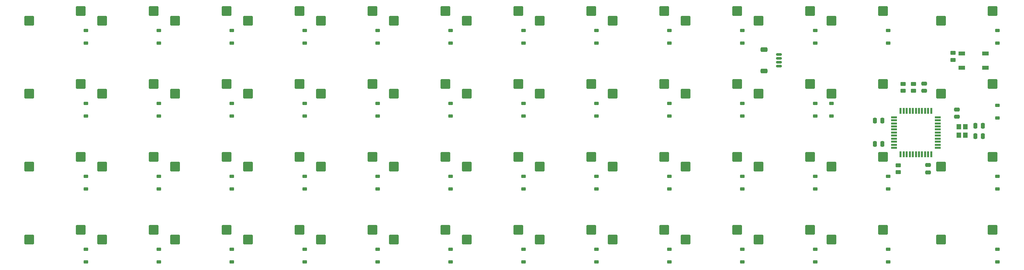
<source format=gbr>
%TF.GenerationSoftware,KiCad,Pcbnew,7.0.1-0*%
%TF.CreationDate,2023-04-28T12:46:07-05:00*%
%TF.ProjectId,pcb,7063622e-6b69-4636-9164-5f7063625858,rev?*%
%TF.SameCoordinates,Original*%
%TF.FileFunction,Paste,Bot*%
%TF.FilePolarity,Positive*%
%FSLAX46Y46*%
G04 Gerber Fmt 4.6, Leading zero omitted, Abs format (unit mm)*
G04 Created by KiCad (PCBNEW 7.0.1-0) date 2023-04-28 12:46:07*
%MOMM*%
%LPD*%
G01*
G04 APERTURE LIST*
G04 Aperture macros list*
%AMRoundRect*
0 Rectangle with rounded corners*
0 $1 Rounding radius*
0 $2 $3 $4 $5 $6 $7 $8 $9 X,Y pos of 4 corners*
0 Add a 4 corners polygon primitive as box body*
4,1,4,$2,$3,$4,$5,$6,$7,$8,$9,$2,$3,0*
0 Add four circle primitives for the rounded corners*
1,1,$1+$1,$2,$3*
1,1,$1+$1,$4,$5*
1,1,$1+$1,$6,$7*
1,1,$1+$1,$8,$9*
0 Add four rect primitives between the rounded corners*
20,1,$1+$1,$2,$3,$4,$5,0*
20,1,$1+$1,$4,$5,$6,$7,0*
20,1,$1+$1,$6,$7,$8,$9,0*
20,1,$1+$1,$8,$9,$2,$3,0*%
G04 Aperture macros list end*
%ADD10RoundRect,0.225000X0.375000X-0.225000X0.375000X0.225000X-0.375000X0.225000X-0.375000X-0.225000X0*%
%ADD11RoundRect,0.250000X0.475000X-0.250000X0.475000X0.250000X-0.475000X0.250000X-0.475000X-0.250000X0*%
%ADD12RoundRect,0.250000X0.450000X-0.262500X0.450000X0.262500X-0.450000X0.262500X-0.450000X-0.262500X0*%
%ADD13RoundRect,0.250000X1.025000X1.000000X-1.025000X1.000000X-1.025000X-1.000000X1.025000X-1.000000X0*%
%ADD14RoundRect,0.250000X-0.450000X0.262500X-0.450000X-0.262500X0.450000X-0.262500X0.450000X0.262500X0*%
%ADD15RoundRect,0.250000X-0.250000X-0.475000X0.250000X-0.475000X0.250000X0.475000X-0.250000X0.475000X0*%
%ADD16RoundRect,0.250000X0.250000X0.475000X-0.250000X0.475000X-0.250000X-0.475000X0.250000X-0.475000X0*%
%ADD17R,1.200000X1.400000*%
%ADD18RoundRect,0.250000X-0.475000X0.250000X-0.475000X-0.250000X0.475000X-0.250000X0.475000X0.250000X0*%
%ADD19RoundRect,0.150000X0.625000X-0.150000X0.625000X0.150000X-0.625000X0.150000X-0.625000X-0.150000X0*%
%ADD20RoundRect,0.250000X0.650000X-0.350000X0.650000X0.350000X-0.650000X0.350000X-0.650000X-0.350000X0*%
%ADD21R,0.550000X1.500000*%
%ADD22R,1.500000X0.550000*%
%ADD23R,1.800000X1.100000*%
G04 APERTURE END LIST*
D10*
%TO.C,D7*%
X156225000Y-33075000D03*
X156225000Y-29775000D03*
%TD*%
D11*
%TO.C,C4*%
X269450000Y-52300000D03*
X269450000Y-50400000D03*
%TD*%
D12*
%TO.C,RSW1*%
X268450000Y-37462500D03*
X268450000Y-35637500D03*
%TD*%
D10*
%TO.C,D8*%
X175275000Y-33075000D03*
X175275000Y-29775000D03*
%TD*%
%TO.C,D14*%
X41925000Y-52125000D03*
X41925000Y-48825000D03*
%TD*%
D13*
%TO.C,MX42*%
X65268186Y-84375698D03*
X78718186Y-81835698D03*
%TD*%
D10*
%TO.C,D35*%
X194325000Y-71200000D03*
X194325000Y-67900000D03*
%TD*%
%TO.C,D11*%
X232425000Y-33075000D03*
X232425000Y-29775000D03*
%TD*%
D14*
%TO.C,R3*%
X258100000Y-43707500D03*
X258100000Y-45532500D03*
%TD*%
D13*
%TO.C,MX9*%
X179568282Y-27225650D03*
X193018282Y-24685650D03*
%TD*%
%TO.C,MX3*%
X65268186Y-27225650D03*
X78718186Y-24685650D03*
%TD*%
D10*
%TO.C,D39*%
X280050000Y-71200000D03*
X280050000Y-67900000D03*
%TD*%
D13*
%TO.C,MX41*%
X46218170Y-84375698D03*
X59668170Y-81835698D03*
%TD*%
%TO.C,MX25*%
X236718330Y-46275666D03*
X250168330Y-43735666D03*
%TD*%
%TO.C,MX22*%
X179568282Y-46275666D03*
X193018282Y-43735666D03*
%TD*%
%TO.C,MX49*%
X198618298Y-84375698D03*
X212068298Y-81835698D03*
%TD*%
D10*
%TO.C,D46*%
X156225000Y-90200000D03*
X156225000Y-86900000D03*
%TD*%
%TO.C,D40*%
X41925000Y-90200000D03*
X41925000Y-86900000D03*
%TD*%
D13*
%TO.C,MX10*%
X198618298Y-27225650D03*
X212068298Y-24685650D03*
%TD*%
D15*
%TO.C,CX1*%
X274300000Y-54650000D03*
X276200000Y-54650000D03*
%TD*%
D12*
%TO.C,R2*%
X255410000Y-45532500D03*
X255410000Y-43707500D03*
%TD*%
D16*
%TO.C,C1*%
X249975000Y-53325000D03*
X248075000Y-53325000D03*
%TD*%
D10*
%TO.C,D4*%
X99075000Y-33075000D03*
X99075000Y-29775000D03*
%TD*%
D17*
%TO.C,Y1*%
X271700000Y-54925000D03*
X271700000Y-57125000D03*
X270000000Y-57125000D03*
X270000000Y-54925000D03*
%TD*%
D16*
%TO.C,C2*%
X249975000Y-59375000D03*
X248075000Y-59375000D03*
%TD*%
D13*
%TO.C,MX19*%
X122418234Y-46275666D03*
X135868234Y-43735666D03*
%TD*%
D10*
%TO.C,D29*%
X80025000Y-71200000D03*
X80025000Y-67900000D03*
%TD*%
D13*
%TO.C,MX21*%
X160518266Y-46275666D03*
X173968266Y-43735666D03*
%TD*%
D10*
%TO.C,D24*%
X232425000Y-52125000D03*
X232425000Y-48825000D03*
%TD*%
%TO.C,D31*%
X118125000Y-71200000D03*
X118125000Y-67900000D03*
%TD*%
%TO.C,D45*%
X137175000Y-90200000D03*
X137175000Y-86900000D03*
%TD*%
%TO.C,D16*%
X80025000Y-52125000D03*
X80025000Y-48825000D03*
%TD*%
%TO.C,D41*%
X60975000Y-90200000D03*
X60975000Y-86900000D03*
%TD*%
D13*
%TO.C,MX16*%
X65268186Y-46275666D03*
X78718186Y-43735666D03*
%TD*%
D10*
%TO.C,D13*%
X280050000Y-33075000D03*
X280050000Y-29775000D03*
%TD*%
D13*
%TO.C,MX32*%
X122418234Y-65325682D03*
X135868234Y-62785682D03*
%TD*%
D10*
%TO.C,D49*%
X213375000Y-90200000D03*
X213375000Y-86900000D03*
%TD*%
D13*
%TO.C,MX8*%
X160518266Y-27225650D03*
X173968266Y-24685650D03*
%TD*%
D10*
%TO.C,D51*%
X251475000Y-90200000D03*
X251475000Y-86900000D03*
%TD*%
%TO.C,D50*%
X232425000Y-90200000D03*
X232425000Y-86900000D03*
%TD*%
D11*
%TO.C,C5*%
X260875000Y-45525000D03*
X260875000Y-43625000D03*
%TD*%
D10*
%TO.C,D52*%
X280050000Y-90200000D03*
X280050000Y-86900000D03*
%TD*%
D13*
%TO.C,MX33*%
X141468250Y-65325682D03*
X154918250Y-62785682D03*
%TD*%
D10*
%TO.C,D37*%
X232425000Y-71200000D03*
X232425000Y-67900000D03*
%TD*%
%TO.C,D3*%
X80025000Y-33075000D03*
X80025000Y-29775000D03*
%TD*%
D18*
%TO.C,C3*%
X261950000Y-64925000D03*
X261950000Y-66825000D03*
%TD*%
D13*
%TO.C,MX37*%
X217668314Y-65325682D03*
X231118314Y-62785682D03*
%TD*%
D10*
%TO.C,D18*%
X118125000Y-52125000D03*
X118125000Y-48825000D03*
%TD*%
%TO.C,D28*%
X60975000Y-71200000D03*
X60975000Y-67900000D03*
%TD*%
D13*
%TO.C,MX34*%
X160518266Y-65325682D03*
X173968266Y-62785682D03*
%TD*%
%TO.C,MX28*%
X46218170Y-65325682D03*
X59668170Y-62785682D03*
%TD*%
%TO.C,MX47*%
X160518266Y-84375698D03*
X173968266Y-81835698D03*
%TD*%
D10*
%TO.C,D32*%
X137175000Y-71200000D03*
X137175000Y-67900000D03*
%TD*%
D13*
%TO.C,MX45*%
X122418234Y-84375698D03*
X135868234Y-81835698D03*
%TD*%
D10*
%TO.C,D5*%
X118125000Y-33075000D03*
X118125000Y-29775000D03*
%TD*%
D13*
%TO.C,MX4*%
X84318202Y-27225650D03*
X97768202Y-24685650D03*
%TD*%
D10*
%TO.C,D27*%
X41925000Y-71200000D03*
X41925000Y-67900000D03*
%TD*%
D13*
%TO.C,MX29*%
X65268186Y-65325682D03*
X78718186Y-62785682D03*
%TD*%
%TO.C,MX7*%
X141468250Y-27225650D03*
X154918250Y-24685650D03*
%TD*%
D10*
%TO.C,D48*%
X194325000Y-90200000D03*
X194325000Y-86900000D03*
%TD*%
%TO.C,D34*%
X175275000Y-71200000D03*
X175275000Y-67900000D03*
%TD*%
D13*
%TO.C,MX18*%
X103368218Y-46275666D03*
X116818218Y-43735666D03*
%TD*%
D10*
%TO.C,D20*%
X156225000Y-52125000D03*
X156225000Y-48825000D03*
%TD*%
D13*
%TO.C,MX39*%
X265293354Y-65325682D03*
X278743354Y-62785682D03*
%TD*%
D19*
%TO.C,J3*%
X223000000Y-39050000D03*
X223000000Y-38050000D03*
X223000000Y-37050000D03*
X223000000Y-36050000D03*
D20*
X219125000Y-40350000D03*
X219125000Y-34750000D03*
%TD*%
D13*
%TO.C,MX24*%
X217668314Y-46275666D03*
X231118314Y-43735666D03*
%TD*%
D10*
%TO.C,D19*%
X137175000Y-52125000D03*
X137175000Y-48825000D03*
%TD*%
D13*
%TO.C,MX43*%
X84318202Y-84375698D03*
X97768202Y-81835698D03*
%TD*%
%TO.C,MX13*%
X265293354Y-27225650D03*
X278743354Y-24685650D03*
%TD*%
%TO.C,MX6*%
X122418234Y-27225650D03*
X135868234Y-24685650D03*
%TD*%
%TO.C,MX36*%
X198618298Y-65325682D03*
X212068298Y-62785682D03*
%TD*%
D12*
%TO.C,R1*%
X254125000Y-66775000D03*
X254125000Y-64950000D03*
%TD*%
D10*
%TO.C,D6*%
X137175000Y-33075000D03*
X137175000Y-29775000D03*
%TD*%
D13*
%TO.C,MX30*%
X84318202Y-65325682D03*
X97768202Y-62785682D03*
%TD*%
D10*
%TO.C,D12*%
X251475000Y-33075000D03*
X251475000Y-29775000D03*
%TD*%
%TO.C,D30*%
X99075000Y-71200000D03*
X99075000Y-67900000D03*
%TD*%
%TO.C,D2*%
X60970000Y-33075000D03*
X60970000Y-29775000D03*
%TD*%
D15*
%TO.C,CX2*%
X274300000Y-57350000D03*
X276200000Y-57350000D03*
%TD*%
D13*
%TO.C,MX35*%
X179568282Y-65325682D03*
X193018282Y-62785682D03*
%TD*%
%TO.C,MX15*%
X46218170Y-46275666D03*
X59668170Y-43735666D03*
%TD*%
%TO.C,MX48*%
X179568282Y-84375698D03*
X193018282Y-81835698D03*
%TD*%
D10*
%TO.C,D33*%
X156225000Y-71200000D03*
X156225000Y-67900000D03*
%TD*%
D13*
%TO.C,MX31*%
X103368218Y-65325682D03*
X116818218Y-62785682D03*
%TD*%
D10*
%TO.C,D22*%
X194325000Y-52125000D03*
X194325000Y-48825000D03*
%TD*%
D13*
%TO.C,MX17*%
X84318202Y-46275666D03*
X97768202Y-43735666D03*
%TD*%
D10*
%TO.C,D36*%
X213375000Y-71200000D03*
X213375000Y-67900000D03*
%TD*%
D13*
%TO.C,MX51*%
X236718330Y-84375698D03*
X250168330Y-81835698D03*
%TD*%
D21*
%TO.C,U1*%
X254750000Y-50725000D03*
X255550000Y-50725000D03*
X256350000Y-50725000D03*
X257150000Y-50725000D03*
X257950000Y-50725000D03*
X258750000Y-50725000D03*
X259550000Y-50725000D03*
X260350000Y-50725000D03*
X261150000Y-50725000D03*
X261950000Y-50725000D03*
X262750000Y-50725000D03*
D22*
X264450000Y-52425000D03*
X264450000Y-53225000D03*
X264450000Y-54025000D03*
X264450000Y-54825000D03*
X264450000Y-55625000D03*
X264450000Y-56425000D03*
X264450000Y-57225000D03*
X264450000Y-58025000D03*
X264450000Y-58825000D03*
X264450000Y-59625000D03*
X264450000Y-60425000D03*
D21*
X262750000Y-62125000D03*
X261950000Y-62125000D03*
X261150000Y-62125000D03*
X260350000Y-62125000D03*
X259550000Y-62125000D03*
X258750000Y-62125000D03*
X257950000Y-62125000D03*
X257150000Y-62125000D03*
X256350000Y-62125000D03*
X255550000Y-62125000D03*
X254750000Y-62125000D03*
D22*
X253050000Y-60425000D03*
X253050000Y-59625000D03*
X253050000Y-58825000D03*
X253050000Y-58025000D03*
X253050000Y-57225000D03*
X253050000Y-56425000D03*
X253050000Y-55625000D03*
X253050000Y-54825000D03*
X253050000Y-54025000D03*
X253050000Y-53225000D03*
X253050000Y-52425000D03*
%TD*%
D13*
%TO.C,MX44*%
X103368218Y-84375698D03*
X116818218Y-81835698D03*
%TD*%
%TO.C,MX27*%
X27168154Y-65325682D03*
X40618154Y-62785682D03*
%TD*%
%TO.C,MX40*%
X27168154Y-84375698D03*
X40618154Y-81835698D03*
%TD*%
%TO.C,MX12*%
X236718330Y-27225650D03*
X250168330Y-24685650D03*
%TD*%
D10*
%TO.C,D43*%
X99075000Y-90200000D03*
X99075000Y-86900000D03*
%TD*%
%TO.C,D47*%
X175275000Y-90200000D03*
X175275000Y-86900000D03*
%TD*%
D13*
%TO.C,MX11*%
X217668314Y-27225650D03*
X231118314Y-24685650D03*
%TD*%
D10*
%TO.C,D9*%
X194325000Y-33075000D03*
X194325000Y-29775000D03*
%TD*%
D13*
%TO.C,MX23*%
X198618298Y-46275666D03*
X212068298Y-43735666D03*
%TD*%
%TO.C,MX52*%
X265293354Y-84375698D03*
X278743354Y-81835698D03*
%TD*%
D10*
%TO.C,D1*%
X41930000Y-33052500D03*
X41930000Y-29752500D03*
%TD*%
%TO.C,D21*%
X175275000Y-52125000D03*
X175275000Y-48825000D03*
%TD*%
D13*
%TO.C,MX2*%
X46218170Y-27225650D03*
X59668170Y-24685650D03*
%TD*%
%TO.C,MX50*%
X217668314Y-84375698D03*
X231118314Y-81835698D03*
%TD*%
D10*
%TO.C,D38*%
X251475000Y-71200000D03*
X251475000Y-67900000D03*
%TD*%
D13*
%TO.C,MX20*%
X141468250Y-46275666D03*
X154918250Y-43735666D03*
%TD*%
%TO.C,MX26*%
X265293354Y-46275666D03*
X278743354Y-43735666D03*
%TD*%
D10*
%TO.C,D15*%
X60975000Y-52125000D03*
X60975000Y-48825000D03*
%TD*%
D13*
%TO.C,MX1*%
X27168154Y-27225650D03*
X40618154Y-24685650D03*
%TD*%
D23*
%TO.C,SW1*%
X276950000Y-35775000D03*
X270750000Y-39475000D03*
X276950000Y-39475000D03*
X270750000Y-35775000D03*
%TD*%
D10*
%TO.C,D23*%
X213375000Y-52125000D03*
X213375000Y-48825000D03*
%TD*%
%TO.C,D25*%
X236675000Y-52125000D03*
X236675000Y-48825000D03*
%TD*%
%TO.C,D42*%
X80025000Y-90200000D03*
X80025000Y-86900000D03*
%TD*%
%TO.C,D26*%
X280050000Y-52650000D03*
X280050000Y-49350000D03*
%TD*%
D13*
%TO.C,MX38*%
X236718330Y-65325682D03*
X250168330Y-62785682D03*
%TD*%
D10*
%TO.C,D10*%
X213375000Y-33075000D03*
X213375000Y-29775000D03*
%TD*%
D13*
%TO.C,MX5*%
X103368218Y-27225650D03*
X116818218Y-24685650D03*
%TD*%
D10*
%TO.C,D44*%
X118125000Y-90200000D03*
X118125000Y-86900000D03*
%TD*%
%TO.C,D17*%
X99075000Y-52125000D03*
X99075000Y-48825000D03*
%TD*%
D13*
%TO.C,MX46*%
X141468250Y-84375698D03*
X154918250Y-81835698D03*
%TD*%
%TO.C,MX14*%
X27168154Y-46275666D03*
X40618154Y-43735666D03*
%TD*%
M02*

</source>
